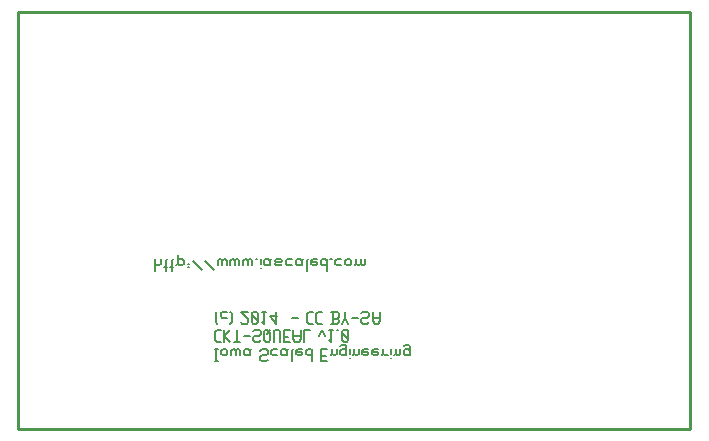
<source format=gbr>
G04 start of page 9 for group -4078 idx -4078 *
G04 Title: (unknown), bottomsilk *
G04 Creator: pcb 20110918 *
G04 CreationDate: Tue 27 May 2014 03:52:58 AM GMT UTC *
G04 For: ndholmes *
G04 Format: Gerber/RS-274X *
G04 PCB-Dimensions: 225000 140000 *
G04 PCB-Coordinate-Origin: lower left *
%MOIN*%
%FSLAX25Y25*%
%LNBOTTOMSILK*%
%ADD74C,0.0080*%
%ADD73C,0.0100*%
G54D73*X500Y58500D02*Y139500D01*
X179500D01*
X164500D02*X224500D01*
Y500D01*
X500D01*
Y61000D01*
G54D74*X66000Y23000D02*X67000D01*
X66500D02*Y27000D01*
X66000D02*X67000D01*
X68200Y25500D02*Y26500D01*
Y25500D02*X68700Y25000D01*
X69700D01*
X70200Y25500D01*
Y26500D01*
X69700Y27000D02*X70200Y26500D01*
X68700Y27000D02*X69700D01*
X68200Y26500D02*X68700Y27000D01*
X71400Y25000D02*Y26500D01*
X71900Y27000D01*
X72400D01*
X72900Y26500D01*
Y25000D02*Y26500D01*
X73400Y27000D01*
X73900D01*
X74400Y26500D01*
Y25000D02*Y26500D01*
X77100Y25000D02*X77600Y25500D01*
X76100Y25000D02*X77100D01*
X75600Y25500D02*X76100Y25000D01*
X75600Y25500D02*Y26500D01*
X76100Y27000D01*
X77600Y25000D02*Y26500D01*
X78100Y27000D01*
X76100D02*X77100D01*
X77600Y26500D01*
X83100Y23000D02*X83600Y23500D01*
X81600Y23000D02*X83100D01*
X81100Y23500D02*X81600Y23000D01*
X81100Y23500D02*Y24500D01*
X81600Y25000D01*
X83100D01*
X83600Y25500D01*
Y26500D01*
X83100Y27000D02*X83600Y26500D01*
X81600Y27000D02*X83100D01*
X81100Y26500D02*X81600Y27000D01*
X85300Y25000D02*X86800D01*
X84800Y25500D02*X85300Y25000D01*
X84800Y25500D02*Y26500D01*
X85300Y27000D01*
X86800D01*
X89500Y25000D02*X90000Y25500D01*
X88500Y25000D02*X89500D01*
X88000Y25500D02*X88500Y25000D01*
X88000Y25500D02*Y26500D01*
X88500Y27000D01*
X90000Y25000D02*Y26500D01*
X90500Y27000D01*
X88500D02*X89500D01*
X90000Y26500D01*
X91700Y23000D02*Y26500D01*
X92200Y27000D01*
X93700D02*X95200D01*
X93200Y26500D02*X93700Y27000D01*
X93200Y25500D02*Y26500D01*
Y25500D02*X93700Y25000D01*
X94700D01*
X95200Y25500D01*
X93200Y26000D02*X95200D01*
Y25500D02*Y26000D01*
X98400Y23000D02*Y27000D01*
X97900D02*X98400Y26500D01*
X96900Y27000D02*X97900D01*
X96400Y26500D02*X96900Y27000D01*
X96400Y25500D02*Y26500D01*
Y25500D02*X96900Y25000D01*
X97900D01*
X98400Y25500D01*
X101400Y24800D02*X102900D01*
X101400Y27000D02*X103400D01*
X101400Y23000D02*Y27000D01*
Y23000D02*X103400D01*
X105100Y25500D02*Y27000D01*
Y25500D02*X105600Y25000D01*
X106100D01*
X106600Y25500D01*
Y27000D01*
X104600Y25000D02*X105100Y25500D01*
X109300Y25000D02*X109800Y25500D01*
X108300Y25000D02*X109300D01*
X107800Y25500D02*X108300Y25000D01*
X107800Y25500D02*Y26500D01*
X108300Y27000D01*
X109300D01*
X109800Y26500D01*
X107800Y28000D02*X108300Y28500D01*
X109300D01*
X109800Y28000D01*
Y25000D02*Y28000D01*
X111000Y24000D02*Y24100D01*
Y25500D02*Y27000D01*
X112500Y25500D02*Y27000D01*
Y25500D02*X113000Y25000D01*
X113500D01*
X114000Y25500D01*
Y27000D01*
X112000Y25000D02*X112500Y25500D01*
X115700Y27000D02*X117200D01*
X115200Y26500D02*X115700Y27000D01*
X115200Y25500D02*Y26500D01*
Y25500D02*X115700Y25000D01*
X116700D01*
X117200Y25500D01*
X115200Y26000D02*X117200D01*
Y25500D02*Y26000D01*
X118900Y27000D02*X120400D01*
X118400Y26500D02*X118900Y27000D01*
X118400Y25500D02*Y26500D01*
Y25500D02*X118900Y25000D01*
X119900D01*
X120400Y25500D01*
X118400Y26000D02*X120400D01*
Y25500D02*Y26000D01*
X122100Y25500D02*Y27000D01*
Y25500D02*X122600Y25000D01*
X123600D01*
X121600D02*X122100Y25500D01*
X124800Y24000D02*Y24100D01*
Y25500D02*Y27000D01*
X126300Y25500D02*Y27000D01*
Y25500D02*X126800Y25000D01*
X127300D01*
X127800Y25500D01*
Y27000D01*
X125800Y25000D02*X126300Y25500D01*
X130500Y25000D02*X131000Y25500D01*
X129500Y25000D02*X130500D01*
X129000Y25500D02*X129500Y25000D01*
X129000Y25500D02*Y26500D01*
X129500Y27000D01*
X130500D01*
X131000Y26500D01*
X129000Y28000D02*X129500Y28500D01*
X130500D01*
X131000Y28000D01*
Y25000D02*Y28000D01*
X66250Y39000D02*X66750Y39500D01*
X66250Y36000D02*X66750Y35500D01*
X66250Y36000D02*Y39000D01*
X68450Y37500D02*X69950D01*
X67950Y38000D02*X68450Y37500D01*
X67950Y38000D02*Y39000D01*
X68450Y39500D01*
X69950D01*
X71150Y35500D02*X71650Y36000D01*
Y39000D01*
X71150Y39500D02*X71650Y39000D01*
X74650Y36000D02*X75150Y35500D01*
X76650D01*
X77150Y36000D01*
Y37000D01*
X74650Y39500D02*X77150Y37000D01*
X74650Y39500D02*X77150D01*
X78350Y39000D02*X78850Y39500D01*
X78350Y36000D02*Y39000D01*
Y36000D02*X78850Y35500D01*
X79850D01*
X80350Y36000D01*
Y39000D01*
X79850Y39500D02*X80350Y39000D01*
X78850Y39500D02*X79850D01*
X78350Y38500D02*X80350Y36500D01*
X81550Y36300D02*X82350Y35500D01*
Y39500D01*
X81550D02*X83050D01*
X84250Y38000D02*X86250Y35500D01*
X84250Y38000D02*X86750D01*
X86250Y35500D02*Y39500D01*
X91550Y37500D02*X93550D01*
X97250Y39500D02*X98550D01*
X96550Y38800D02*X97250Y39500D01*
X96550Y36200D02*Y38800D01*
Y36200D02*X97250Y35500D01*
X98550D01*
X100450Y39500D02*X101750D01*
X99750Y38800D02*X100450Y39500D01*
X99750Y36200D02*Y38800D01*
Y36200D02*X100450Y35500D01*
X101750D01*
X104750Y39500D02*X106750D01*
X107250Y39000D01*
Y37800D02*Y39000D01*
X106750Y37300D02*X107250Y37800D01*
X105250Y37300D02*X106750D01*
X105250Y35500D02*Y39500D01*
X104750Y35500D02*X106750D01*
X107250Y36000D01*
Y36800D01*
X106750Y37300D02*X107250Y36800D01*
X108450Y35500D02*X109450Y37500D01*
X110450Y35500D01*
X109450Y37500D02*Y39500D01*
X111650Y37500D02*X113650D01*
X116850Y35500D02*X117350Y36000D01*
X115350Y35500D02*X116850D01*
X114850Y36000D02*X115350Y35500D01*
X114850Y36000D02*Y37000D01*
X115350Y37500D01*
X116850D01*
X117350Y38000D01*
Y39000D01*
X116850Y39500D02*X117350Y39000D01*
X115350Y39500D02*X116850D01*
X114850Y39000D02*X115350Y39500D01*
X118550Y36500D02*Y39500D01*
Y36500D02*X119250Y35500D01*
X120350D01*
X121050Y36500D01*
Y39500D01*
X118550Y37500D02*X121050D01*
X46000Y53000D02*Y57000D01*
Y55500D02*X46500Y55000D01*
X47500D01*
X48000Y55500D01*
Y57000D01*
X49700Y53000D02*Y56500D01*
X50200Y57000D01*
X49200Y54500D02*X50200D01*
X51700Y53000D02*Y56500D01*
X52200Y57000D01*
X51200Y54500D02*X52200D01*
X53700Y55500D02*Y58500D01*
X53200Y55000D02*X53700Y55500D01*
X54200Y55000D01*
X55200D01*
X55700Y55500D01*
Y56500D01*
X55200Y57000D02*X55700Y56500D01*
X54200Y57000D02*X55200D01*
X53700Y56500D02*X54200Y57000D01*
X56900Y54500D02*X57400D01*
X56900Y55500D02*X57400D01*
X58600Y56500D02*X61600Y53500D01*
X62800Y56500D02*X65800Y53500D01*
X67000Y55000D02*Y56500D01*
X67500Y57000D01*
X68000D01*
X68500Y56500D01*
Y55000D02*Y56500D01*
X69000Y57000D01*
X69500D01*
X70000Y56500D01*
Y55000D02*Y56500D01*
X71200Y55000D02*Y56500D01*
X71700Y57000D01*
X72200D01*
X72700Y56500D01*
Y55000D02*Y56500D01*
X73200Y57000D01*
X73700D01*
X74200Y56500D01*
Y55000D02*Y56500D01*
X75400Y55000D02*Y56500D01*
X75900Y57000D01*
X76400D01*
X76900Y56500D01*
Y55000D02*Y56500D01*
X77400Y57000D01*
X77900D01*
X78400Y56500D01*
Y55000D02*Y56500D01*
X79600Y57000D02*X80100D01*
X81300Y54000D02*Y54100D01*
Y55500D02*Y57000D01*
X83800Y55000D02*X84300Y55500D01*
X82800Y55000D02*X83800D01*
X82300Y55500D02*X82800Y55000D01*
X82300Y55500D02*Y56500D01*
X82800Y57000D01*
X84300Y55000D02*Y56500D01*
X84800Y57000D01*
X82800D02*X83800D01*
X84300Y56500D01*
X86500Y57000D02*X88000D01*
X88500Y56500D01*
X88000Y56000D02*X88500Y56500D01*
X86500Y56000D02*X88000D01*
X86000Y55500D02*X86500Y56000D01*
X86000Y55500D02*X86500Y55000D01*
X88000D01*
X88500Y55500D01*
X86000Y56500D02*X86500Y57000D01*
X90200Y55000D02*X91700D01*
X89700Y55500D02*X90200Y55000D01*
X89700Y55500D02*Y56500D01*
X90200Y57000D01*
X91700D01*
X94400Y55000D02*X94900Y55500D01*
X93400Y55000D02*X94400D01*
X92900Y55500D02*X93400Y55000D01*
X92900Y55500D02*Y56500D01*
X93400Y57000D01*
X94900Y55000D02*Y56500D01*
X95400Y57000D01*
X93400D02*X94400D01*
X94900Y56500D01*
X96600Y53000D02*Y56500D01*
X97100Y57000D01*
X98600D02*X100100D01*
X98100Y56500D02*X98600Y57000D01*
X98100Y55500D02*Y56500D01*
Y55500D02*X98600Y55000D01*
X99600D01*
X100100Y55500D01*
X98100Y56000D02*X100100D01*
Y55500D02*Y56000D01*
X103300Y53000D02*Y57000D01*
X102800D02*X103300Y56500D01*
X101800Y57000D02*X102800D01*
X101300Y56500D02*X101800Y57000D01*
X101300Y55500D02*Y56500D01*
Y55500D02*X101800Y55000D01*
X102800D01*
X103300Y55500D01*
X104500Y57000D02*X105000D01*
X106700Y55000D02*X108200D01*
X106200Y55500D02*X106700Y55000D01*
X106200Y55500D02*Y56500D01*
X106700Y57000D01*
X108200D01*
X109400Y55500D02*Y56500D01*
Y55500D02*X109900Y55000D01*
X110900D01*
X111400Y55500D01*
Y56500D01*
X110900Y57000D02*X111400Y56500D01*
X109900Y57000D02*X110900D01*
X109400Y56500D02*X109900Y57000D01*
X113100Y55500D02*Y57000D01*
Y55500D02*X113600Y55000D01*
X114100D01*
X114600Y55500D01*
Y57000D01*
Y55500D02*X115100Y55000D01*
X115600D01*
X116100Y55500D01*
Y57000D01*
X112600Y55000D02*X113100Y55500D01*
X66700Y33500D02*X68000D01*
X66000Y32800D02*X66700Y33500D01*
X66000Y30200D02*Y32800D01*
Y30200D02*X66700Y29500D01*
X68000D01*
X69200D02*Y33500D01*
Y31500D02*X71200Y29500D01*
X69200Y31500D02*X71200Y33500D01*
X72400Y29500D02*X74400D01*
X73400D02*Y33500D01*
X75600Y31500D02*X77600D01*
X80800Y29500D02*X81300Y30000D01*
X79300Y29500D02*X80800D01*
X78800Y30000D02*X79300Y29500D01*
X78800Y30000D02*Y31000D01*
X79300Y31500D01*
X80800D01*
X81300Y32000D01*
Y33000D01*
X80800Y33500D02*X81300Y33000D01*
X79300Y33500D02*X80800D01*
X78800Y33000D02*X79300Y33500D01*
X82500Y30000D02*Y33000D01*
Y30000D02*X83000Y29500D01*
X84000D01*
X84500Y30000D01*
Y32500D01*
X83500Y33500D02*X84500Y32500D01*
X83000Y33500D02*X83500D01*
X82500Y33000D02*X83000Y33500D01*
X83500Y32000D02*X84500Y33500D01*
X85700Y29500D02*Y33000D01*
X86200Y33500D01*
X87200D01*
X87700Y33000D01*
Y29500D02*Y33000D01*
X88900Y31300D02*X90400D01*
X88900Y33500D02*X90900D01*
X88900Y29500D02*Y33500D01*
Y29500D02*X90900D01*
X92100Y30500D02*Y33500D01*
Y30500D02*X92800Y29500D01*
X93900D01*
X94600Y30500D01*
Y33500D01*
X92100Y31500D02*X94600D01*
X95800Y29500D02*Y33500D01*
X97800D01*
X100800Y31500D02*X101800Y33500D01*
X102800Y31500D02*X101800Y33500D01*
X104000Y30300D02*X104800Y29500D01*
Y33500D01*
X104000D02*X105500D01*
X106700D02*X107200D01*
X108400Y33000D02*X108900Y33500D01*
X108400Y30000D02*Y33000D01*
Y30000D02*X108900Y29500D01*
X109900D01*
X110400Y30000D01*
Y33000D01*
X109900Y33500D02*X110400Y33000D01*
X108900Y33500D02*X109900D01*
X108400Y32500D02*X110400Y30500D01*
M02*

</source>
